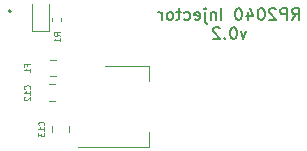
<source format=gbr>
%TF.GenerationSoftware,KiCad,Pcbnew,(6.0.7)*%
%TF.CreationDate,2022-08-28T18:35:31-07:00*%
%TF.ProjectId,RP2040_Injector,52503230-3430-45f4-996e-6a6563746f72,rev?*%
%TF.SameCoordinates,Original*%
%TF.FileFunction,Legend,Bot*%
%TF.FilePolarity,Positive*%
%FSLAX46Y46*%
G04 Gerber Fmt 4.6, Leading zero omitted, Abs format (unit mm)*
G04 Created by KiCad (PCBNEW (6.0.7)) date 2022-08-28 18:35:31*
%MOMM*%
%LPD*%
G01*
G04 APERTURE LIST*
%ADD10C,0.150000*%
%ADD11C,0.125000*%
%ADD12C,0.120000*%
%ADD13C,0.200000*%
G04 APERTURE END LIST*
D10*
X122309523Y-89547380D02*
X122642857Y-89071190D01*
X122880952Y-89547380D02*
X122880952Y-88547380D01*
X122500000Y-88547380D01*
X122404761Y-88595000D01*
X122357142Y-88642619D01*
X122309523Y-88737857D01*
X122309523Y-88880714D01*
X122357142Y-88975952D01*
X122404761Y-89023571D01*
X122500000Y-89071190D01*
X122880952Y-89071190D01*
X121880952Y-89547380D02*
X121880952Y-88547380D01*
X121500000Y-88547380D01*
X121404761Y-88595000D01*
X121357142Y-88642619D01*
X121309523Y-88737857D01*
X121309523Y-88880714D01*
X121357142Y-88975952D01*
X121404761Y-89023571D01*
X121500000Y-89071190D01*
X121880952Y-89071190D01*
X120928571Y-88642619D02*
X120880952Y-88595000D01*
X120785714Y-88547380D01*
X120547619Y-88547380D01*
X120452380Y-88595000D01*
X120404761Y-88642619D01*
X120357142Y-88737857D01*
X120357142Y-88833095D01*
X120404761Y-88975952D01*
X120976190Y-89547380D01*
X120357142Y-89547380D01*
X119738095Y-88547380D02*
X119642857Y-88547380D01*
X119547619Y-88595000D01*
X119500000Y-88642619D01*
X119452380Y-88737857D01*
X119404761Y-88928333D01*
X119404761Y-89166428D01*
X119452380Y-89356904D01*
X119500000Y-89452142D01*
X119547619Y-89499761D01*
X119642857Y-89547380D01*
X119738095Y-89547380D01*
X119833333Y-89499761D01*
X119880952Y-89452142D01*
X119928571Y-89356904D01*
X119976190Y-89166428D01*
X119976190Y-88928333D01*
X119928571Y-88737857D01*
X119880952Y-88642619D01*
X119833333Y-88595000D01*
X119738095Y-88547380D01*
X118547619Y-88880714D02*
X118547619Y-89547380D01*
X118785714Y-88499761D02*
X119023809Y-89214047D01*
X118404761Y-89214047D01*
X117833333Y-88547380D02*
X117738095Y-88547380D01*
X117642857Y-88595000D01*
X117595238Y-88642619D01*
X117547619Y-88737857D01*
X117500000Y-88928333D01*
X117500000Y-89166428D01*
X117547619Y-89356904D01*
X117595238Y-89452142D01*
X117642857Y-89499761D01*
X117738095Y-89547380D01*
X117833333Y-89547380D01*
X117928571Y-89499761D01*
X117976190Y-89452142D01*
X118023809Y-89356904D01*
X118071428Y-89166428D01*
X118071428Y-88928333D01*
X118023809Y-88737857D01*
X117976190Y-88642619D01*
X117928571Y-88595000D01*
X117833333Y-88547380D01*
X116309523Y-89547380D02*
X116309523Y-88547380D01*
X115833333Y-88880714D02*
X115833333Y-89547380D01*
X115833333Y-88975952D02*
X115785714Y-88928333D01*
X115690476Y-88880714D01*
X115547619Y-88880714D01*
X115452380Y-88928333D01*
X115404761Y-89023571D01*
X115404761Y-89547380D01*
X114928571Y-88880714D02*
X114928571Y-89737857D01*
X114976190Y-89833095D01*
X115071428Y-89880714D01*
X115119047Y-89880714D01*
X114928571Y-88547380D02*
X114976190Y-88595000D01*
X114928571Y-88642619D01*
X114880952Y-88595000D01*
X114928571Y-88547380D01*
X114928571Y-88642619D01*
X114071428Y-89499761D02*
X114166666Y-89547380D01*
X114357142Y-89547380D01*
X114452380Y-89499761D01*
X114500000Y-89404523D01*
X114500000Y-89023571D01*
X114452380Y-88928333D01*
X114357142Y-88880714D01*
X114166666Y-88880714D01*
X114071428Y-88928333D01*
X114023809Y-89023571D01*
X114023809Y-89118809D01*
X114500000Y-89214047D01*
X113166666Y-89499761D02*
X113261904Y-89547380D01*
X113452380Y-89547380D01*
X113547619Y-89499761D01*
X113595238Y-89452142D01*
X113642857Y-89356904D01*
X113642857Y-89071190D01*
X113595238Y-88975952D01*
X113547619Y-88928333D01*
X113452380Y-88880714D01*
X113261904Y-88880714D01*
X113166666Y-88928333D01*
X112880952Y-88880714D02*
X112500000Y-88880714D01*
X112738095Y-88547380D02*
X112738095Y-89404523D01*
X112690476Y-89499761D01*
X112595238Y-89547380D01*
X112500000Y-89547380D01*
X112023809Y-89547380D02*
X112119047Y-89499761D01*
X112166666Y-89452142D01*
X112214285Y-89356904D01*
X112214285Y-89071190D01*
X112166666Y-88975952D01*
X112119047Y-88928333D01*
X112023809Y-88880714D01*
X111880952Y-88880714D01*
X111785714Y-88928333D01*
X111738095Y-88975952D01*
X111690476Y-89071190D01*
X111690476Y-89356904D01*
X111738095Y-89452142D01*
X111785714Y-89499761D01*
X111880952Y-89547380D01*
X112023809Y-89547380D01*
X111261904Y-89547380D02*
X111261904Y-88880714D01*
X111261904Y-89071190D02*
X111214285Y-88975952D01*
X111166666Y-88928333D01*
X111071428Y-88880714D01*
X110976190Y-88880714D01*
X118428571Y-90490714D02*
X118190476Y-91157380D01*
X117952380Y-90490714D01*
X117380952Y-90157380D02*
X117285714Y-90157380D01*
X117190476Y-90205000D01*
X117142857Y-90252619D01*
X117095238Y-90347857D01*
X117047619Y-90538333D01*
X117047619Y-90776428D01*
X117095238Y-90966904D01*
X117142857Y-91062142D01*
X117190476Y-91109761D01*
X117285714Y-91157380D01*
X117380952Y-91157380D01*
X117476190Y-91109761D01*
X117523809Y-91062142D01*
X117571428Y-90966904D01*
X117619047Y-90776428D01*
X117619047Y-90538333D01*
X117571428Y-90347857D01*
X117523809Y-90252619D01*
X117476190Y-90205000D01*
X117380952Y-90157380D01*
X116619047Y-91062142D02*
X116571428Y-91109761D01*
X116619047Y-91157380D01*
X116666666Y-91109761D01*
X116619047Y-91062142D01*
X116619047Y-91157380D01*
X116190476Y-90252619D02*
X116142857Y-90205000D01*
X116047619Y-90157380D01*
X115809523Y-90157380D01*
X115714285Y-90205000D01*
X115666666Y-90252619D01*
X115619047Y-90347857D01*
X115619047Y-90443095D01*
X115666666Y-90585952D01*
X116238095Y-91157380D01*
X115619047Y-91157380D01*
D11*
%TO.C,C13*%
X101278571Y-98448571D02*
X101302380Y-98424761D01*
X101326190Y-98353333D01*
X101326190Y-98305714D01*
X101302380Y-98234285D01*
X101254761Y-98186666D01*
X101207142Y-98162857D01*
X101111904Y-98139047D01*
X101040476Y-98139047D01*
X100945238Y-98162857D01*
X100897619Y-98186666D01*
X100850000Y-98234285D01*
X100826190Y-98305714D01*
X100826190Y-98353333D01*
X100850000Y-98424761D01*
X100873809Y-98448571D01*
X101326190Y-98924761D02*
X101326190Y-98639047D01*
X101326190Y-98781904D02*
X100826190Y-98781904D01*
X100897619Y-98734285D01*
X100945238Y-98686666D01*
X100969047Y-98639047D01*
X100826190Y-99091428D02*
X100826190Y-99400952D01*
X101016666Y-99234285D01*
X101016666Y-99305714D01*
X101040476Y-99353333D01*
X101064285Y-99377142D01*
X101111904Y-99400952D01*
X101230952Y-99400952D01*
X101278571Y-99377142D01*
X101302380Y-99353333D01*
X101326190Y-99305714D01*
X101326190Y-99162857D01*
X101302380Y-99115238D01*
X101278571Y-99091428D01*
%TO.C,F1*%
X99864285Y-93433333D02*
X99864285Y-93266666D01*
X100126190Y-93266666D02*
X99626190Y-93266666D01*
X99626190Y-93504761D01*
X100126190Y-93957142D02*
X100126190Y-93671428D01*
X100126190Y-93814285D02*
X99626190Y-93814285D01*
X99697619Y-93766666D01*
X99745238Y-93719047D01*
X99769047Y-93671428D01*
%TO.C,C12*%
X100078571Y-95378571D02*
X100102380Y-95354761D01*
X100126190Y-95283333D01*
X100126190Y-95235714D01*
X100102380Y-95164285D01*
X100054761Y-95116666D01*
X100007142Y-95092857D01*
X99911904Y-95069047D01*
X99840476Y-95069047D01*
X99745238Y-95092857D01*
X99697619Y-95116666D01*
X99650000Y-95164285D01*
X99626190Y-95235714D01*
X99626190Y-95283333D01*
X99650000Y-95354761D01*
X99673809Y-95378571D01*
X100126190Y-95854761D02*
X100126190Y-95569047D01*
X100126190Y-95711904D02*
X99626190Y-95711904D01*
X99697619Y-95664285D01*
X99745238Y-95616666D01*
X99769047Y-95569047D01*
X99673809Y-96045238D02*
X99650000Y-96069047D01*
X99626190Y-96116666D01*
X99626190Y-96235714D01*
X99650000Y-96283333D01*
X99673809Y-96307142D01*
X99721428Y-96330952D01*
X99769047Y-96330952D01*
X99840476Y-96307142D01*
X100126190Y-96021428D01*
X100126190Y-96330952D01*
%TO.C,R1*%
X102656190Y-90886666D02*
X102418095Y-90720000D01*
X102656190Y-90600952D02*
X102156190Y-90600952D01*
X102156190Y-90791428D01*
X102180000Y-90839047D01*
X102203809Y-90862857D01*
X102251428Y-90886666D01*
X102322857Y-90886666D01*
X102370476Y-90862857D01*
X102394285Y-90839047D01*
X102418095Y-90791428D01*
X102418095Y-90600952D01*
X102656190Y-91362857D02*
X102656190Y-91077142D01*
X102656190Y-91220000D02*
X102156190Y-91220000D01*
X102227619Y-91172380D01*
X102275238Y-91124761D01*
X102299047Y-91077142D01*
D12*
%TO.C,C13*%
X101985000Y-98508748D02*
X101985000Y-99031252D01*
X103455000Y-98508748D02*
X103455000Y-99031252D01*
%TO.C,F1*%
X101771422Y-94320000D02*
X102288578Y-94320000D01*
X101771422Y-92900000D02*
X102288578Y-92900000D01*
%TO.C,C12*%
X102261252Y-94965000D02*
X101738748Y-94965000D01*
X102261252Y-96435000D02*
X101738748Y-96435000D01*
D13*
%TO.C,J1*%
X98496500Y-88802750D02*
G75*
G03*
X98496500Y-88802750I-100000J0D01*
G01*
D12*
%TO.C,U1*%
X104190000Y-100270000D02*
X110200000Y-100270000D01*
X106440000Y-93450000D02*
X110200000Y-93450000D01*
X110200000Y-100270000D02*
X110200000Y-99010000D01*
X110200000Y-93450000D02*
X110200000Y-94710000D01*
%TO.C,R1*%
X102780000Y-89653641D02*
X102780000Y-89346359D01*
X102020000Y-89653641D02*
X102020000Y-89346359D01*
%TO.C,D1*%
X101735000Y-88200000D02*
X101735000Y-90485000D01*
X101735000Y-90485000D02*
X100265000Y-90485000D01*
X100265000Y-90485000D02*
X100265000Y-88200000D01*
%TD*%
M02*

</source>
